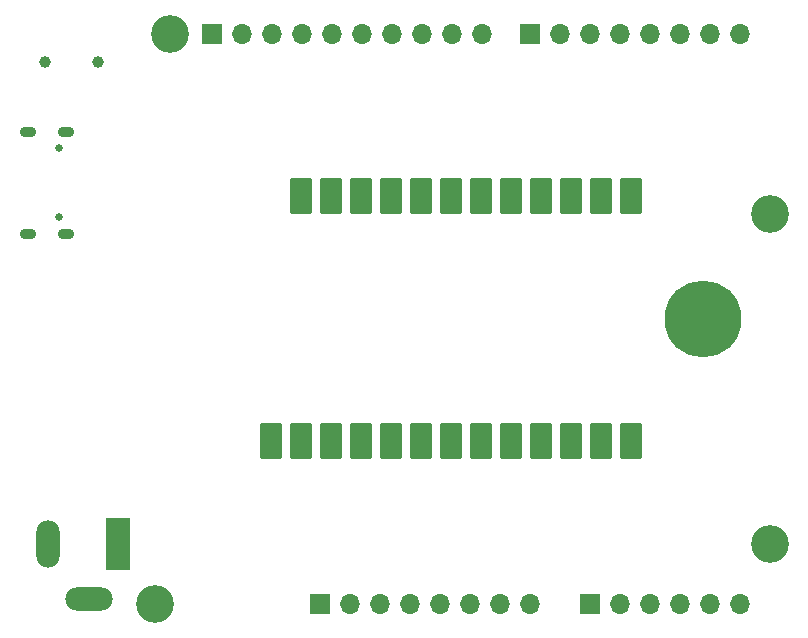
<source format=gbr>
%TF.GenerationSoftware,KiCad,Pcbnew,8.0.4*%
%TF.CreationDate,2024-12-04T08:53:49-07:00*%
%TF.ProjectId,particle-somduino,70617274-6963-46c6-952d-736f6d647569,rev?*%
%TF.SameCoordinates,Original*%
%TF.FileFunction,Soldermask,Bot*%
%TF.FilePolarity,Negative*%
%FSLAX46Y46*%
G04 Gerber Fmt 4.6, Leading zero omitted, Abs format (unit mm)*
G04 Created by KiCad (PCBNEW 8.0.4) date 2024-12-04 08:53:49*
%MOMM*%
%LPD*%
G01*
G04 APERTURE LIST*
G04 Aperture macros list*
%AMRoundRect*
0 Rectangle with rounded corners*
0 $1 Rounding radius*
0 $2 $3 $4 $5 $6 $7 $8 $9 X,Y pos of 4 corners*
0 Add a 4 corners polygon primitive as box body*
4,1,4,$2,$3,$4,$5,$6,$7,$8,$9,$2,$3,0*
0 Add four circle primitives for the rounded corners*
1,1,$1+$1,$2,$3*
1,1,$1+$1,$4,$5*
1,1,$1+$1,$6,$7*
1,1,$1+$1,$8,$9*
0 Add four rect primitives between the rounded corners*
20,1,$1+$1,$2,$3,$4,$5,0*
20,1,$1+$1,$4,$5,$6,$7,0*
20,1,$1+$1,$6,$7,$8,$9,0*
20,1,$1+$1,$8,$9,$2,$3,0*%
G04 Aperture macros list end*
%ADD10R,1.700000X1.700000*%
%ADD11O,1.700000X1.700000*%
%ADD12C,3.200000*%
%ADD13R,2.000000X4.500000*%
%ADD14O,2.000000X4.000000*%
%ADD15O,4.000000X2.000000*%
%ADD16C,1.000000*%
%ADD17C,6.500000*%
%ADD18C,0.650000*%
%ADD19O,1.400000X0.900000*%
%ADD20RoundRect,0.090000X-0.810000X1.410000X-0.810000X-1.410000X0.810000X-1.410000X0.810000X1.410000X0*%
G04 APERTURE END LIST*
D10*
%TO.C,J1*%
X127940000Y-97460000D03*
D11*
X130480000Y-97460000D03*
X133020000Y-97460000D03*
X135560000Y-97460000D03*
X138100000Y-97460000D03*
X140640000Y-97460000D03*
X143180000Y-97460000D03*
X145720000Y-97460000D03*
%TD*%
D10*
%TO.C,J3*%
X150800000Y-97460000D03*
D11*
X153340000Y-97460000D03*
X155880000Y-97460000D03*
X158420000Y-97460000D03*
X160960000Y-97460000D03*
X163500000Y-97460000D03*
%TD*%
D10*
%TO.C,J2*%
X118796000Y-49200000D03*
D11*
X121336000Y-49200000D03*
X123876000Y-49200000D03*
X126416000Y-49200000D03*
X128956000Y-49200000D03*
X131496000Y-49200000D03*
X134036000Y-49200000D03*
X136576000Y-49200000D03*
X139116000Y-49200000D03*
X141656000Y-49200000D03*
%TD*%
D10*
%TO.C,J4*%
X145720000Y-49200000D03*
D11*
X148260000Y-49200000D03*
X150800000Y-49200000D03*
X153340000Y-49200000D03*
X155880000Y-49200000D03*
X158420000Y-49200000D03*
X160960000Y-49200000D03*
X163500000Y-49200000D03*
%TD*%
D12*
%TO.C,MH1*%
X115240000Y-49200000D03*
%TD*%
D13*
%TO.C,J5*%
X110900000Y-92400000D03*
D14*
X104900000Y-92400000D03*
D15*
X108400000Y-97050000D03*
%TD*%
D16*
%TO.C,SW3*%
X109150000Y-51550000D03*
X104650000Y-51550000D03*
%TD*%
D17*
%TO.C,H1*%
X160400000Y-73340000D03*
%TD*%
D12*
%TO.C,MH2*%
X113970000Y-97460000D03*
%TD*%
D18*
%TO.C,J8*%
X105900000Y-58900000D03*
X105900000Y-64680000D03*
D19*
X106420000Y-57470000D03*
X103200000Y-57470000D03*
X106420000Y-66110000D03*
X103200000Y-66110000D03*
%TD*%
D12*
%TO.C,MH3*%
X166040000Y-64440000D03*
%TD*%
%TO.C,MH4*%
X166040000Y-92380000D03*
%TD*%
D20*
%TO.C,U2*%
X126332790Y-62950000D03*
X128872790Y-62950000D03*
X131412790Y-62950000D03*
X133952790Y-62950000D03*
X136492790Y-62950000D03*
X139032790Y-62950000D03*
X141572790Y-62950000D03*
X144112790Y-62950000D03*
X146652790Y-62950000D03*
X149192790Y-62950000D03*
X151732790Y-62950000D03*
X154272790Y-62950000D03*
X154272790Y-83710000D03*
X151732790Y-83710000D03*
X149192790Y-83710000D03*
X146652790Y-83710000D03*
X144112790Y-83710000D03*
X141572790Y-83710000D03*
X139032790Y-83710000D03*
X136492790Y-83710000D03*
X133952790Y-83710000D03*
X131412790Y-83710000D03*
X128872790Y-83710000D03*
X126332790Y-83710000D03*
X123792790Y-83710000D03*
%TD*%
M02*

</source>
